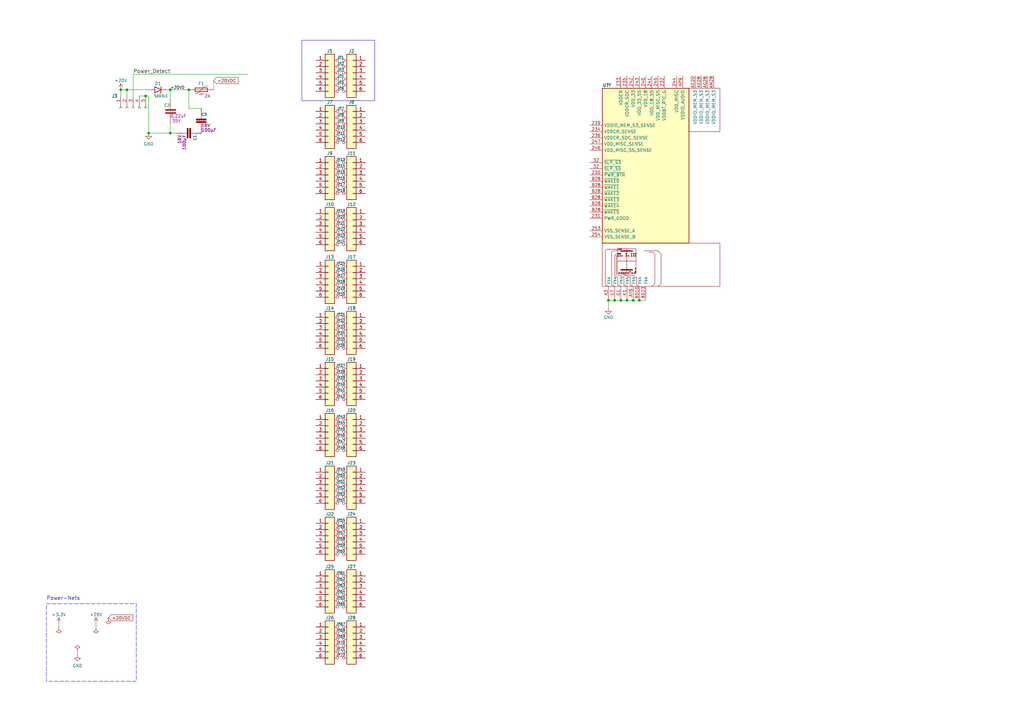
<source format=kicad_sch>
(kicad_sch (version 20230121) (generator eeschema)
  (paper "A3")
  (title_block (date "2023-05-06") (rev "A-A"))
  (junction (at 60.96 54.61))
  (junction (at 69.85 36.83))
  (junction (at 254.635 123.19))
  (junction (at 257.175 123.19))
  (junction (at 259.715 123.19))
  (junction (at 69.85 54.61))
  (junction (at 52.07 36.83))
  (junction (at 59.69 39.37))
  (junction (at 252.095 123.19))
  (junction (at 77.47 36.83))
  (junction (at 249.555 123.19))
  (junction (at 49.53 36.83))
  (junction (at 262.255 123.19))
  (wire (pts (xy 259.715 123.19) (xy 262.255 123.19)))
  (wire (pts (xy 60.96 39.37) (xy 59.69 39.37)))
  (wire (pts (xy 259.715 122.555) (xy 259.715 123.19)))
  (wire (pts (xy 31.75 267.335) (xy 31.75 268.605)))
  (wire (pts (xy 52.07 36.83) (xy 52.07 39.37)))
  (wire (pts (xy 49.53 36.83) (xy 49.53 39.37)))
  (wire (pts (xy 72.39 54.61) (xy 69.85 54.61)))
  (wire (pts (xy 249.555 123.19) (xy 249.555 122.555)))
  (wire (pts (xy 69.85 36.83) (xy 68.58 36.83)))
  (wire (pts (xy 60.96 39.37) (xy 60.96 54.61)))
  (wire (pts (xy 57.15 39.37) (xy 59.69 39.37)))
  (wire (pts (xy 262.255 122.555) (xy 262.255 123.19)))
  (wire (pts (xy 264.795 122.555) (xy 264.795 123.19)))
  (wire (pts (xy 54.61 39.37) (xy 54.61 30.48)))
  (wire (pts (xy 52.07 36.83) (xy 60.96 36.83)))
  (wire (pts (xy 69.85 50.8) (xy 69.85 54.61)))
  (wire (pts (xy 69.85 40.64) (xy 69.85 36.83)))
  (wire (pts (xy 257.175 122.555) (xy 257.175 123.19)))
  (wire (pts (xy 262.255 123.19) (xy 264.795 123.19)))
  (wire (pts (xy 54.61 30.48) (xy 101.6 30.48)))
  (wire (pts (xy 52.07 36.83) (xy 49.53 36.83)))
  (wire (pts (xy 249.555 123.19) (xy 252.095 123.19)))
  (wire (pts (xy 257.175 123.19) (xy 259.715 123.19)))
  (wire (pts (xy 249.555 123.19) (xy 249.555 126.365)))
  (wire (pts (xy 252.095 122.555) (xy 252.095 123.19)))
  (wire (pts (xy 39.37 257.175) (xy 39.37 255.905)))
  (wire (pts (xy 87.63 33.02) (xy 87.63 36.83)))
  (wire (pts (xy 24.13 257.175) (xy 24.13 255.905)))
  (wire (pts (xy 60.96 54.61) (xy 69.85 54.61)))
  (wire (pts (xy 254.635 123.19) (xy 257.175 123.19)))
  (wire (pts (xy 252.095 123.19) (xy 254.635 123.19)))
  (wire (pts (xy 77.47 44.45) (xy 82.55 44.45)))
  (wire (pts (xy 69.85 36.83) (xy 77.47 36.83)))
  (wire (pts (xy 77.47 36.83) (xy 77.47 44.45)))
  (wire (pts (xy 254.635 122.555) (xy 254.635 123.19)))
  (rectangle (start 123.825 16.51) (end 153.67 41.275))
  (rectangle (start 19.05 247.65) (end 55.88 279.4) (stroke (width 0) (type dash)))
  (text "Power-Nets" (at 19.05 246.38 0) (effects (font (size 1.524 1.524)) (justify left bottom)))
  (label "+20VD" (at 69.85 36.83 0) (effects (font (size 1.143 1.143))))
  (label "Power_Detect" (at 54.61 30.48 0) (effects (font (size 1.524 1.524))))
  (global_label "+20VDC" (shape input) (at 44.45 253.365 0) (property "Intersheetrefs" "${INTERSHEET_REFS}" (effects hide)))
  (global_label "+20VDC" (shape input) (at 87.63 33.02 0) (property "Intersheetrefs" "${INTERSHEET_REFS}" (effects hide)))
  (symbol (lib_id "LRJ-parts:Jumper_2_Bridged_nopins") (at 139.7 97.79 0) (unit 1)
    (property "Reference" "JP23" (at 139.7 96.52 0) (effects (font (size 1 1))))
    (property "Value" "Jumper_2_Bridged" (effects hide))
  )
  (symbol (lib_id "LRJ-parts:Jumper_2_Bridged_nopins") (at 139.7 156.21 0) (unit 1)
    (property "Reference" "JP39" (at 139.7 154.94 0) (effects (font (size 1 1))))
    (property "Value" "Jumper_2_Bridged" (effects hide))
  )
  (symbol (lib_id "LRJ-parts:Jumper_2_Bridged_nopins") (at 139.7 182.245 0) (unit 1)
    (property "Reference" "JP47" (at 139.7 180.975 0) (effects (font (size 1 1))))
    (property "Value" "Jumper_2_Bridged" (effects hide))
  )
  (symbol (lib_id "LRJ-parts:Conn_NREC006") (at 144.78 198.755 0) (mirror y) (unit 1)
    (property "Reference" "J23" (at 144.145 189.865 0))
    (property "Value" "Conn_NREC006" (effects hide))
    (property "Footprint" "Connector_PinHeader_2.54mm:PinHeader_1x06_P2.54mm_Vertical_SMD_Pin1Right" (effects hide))
    (property "Datasheet" "https://drawings-pdf.s3.amazonaws.com/11657.pdf" (effects hide))
    (property "MPN" "NREC006SABC-M30RC" (effects hide))
    (property "Manufacturer" "Sullins Connector Solutions" (effects hide))
    (property "Operating Temperature" "-40°C ~ +105°C" (effects hide))
    (property "Current Rating" "3A" (effects hide))
    (property "Description" "Header, male, Surface Mount 01x06 position, 2.54mm pitch" (effects hide))
  )
  (symbol (lib_id "LRJ-parts:Jumper_2_Bridged_nopins") (at 139.7 184.785 0) (unit 1)
    (property "Reference" "JP48" (at 139.7 183.515 0) (effects (font (size 1 1))))
    (property "Value" "Jumper_2_Bridged" (effects hide))
  )
  (symbol (lib_id "LRJ-parts:Jumper_2_Bridged_nopins") (at 139.7 198.755 0) (unit 1)
    (property "Reference" "JP51" (at 139.7 197.485 0) (effects (font (size 1 1))))
    (property "Value" "Jumper_2_Bridged" (effects hide))
  )
  (symbol (lib_id "LRJ-parts:Jumper_2_Bridged_nopins") (at 139.7 236.22 0) (unit 1)
    (property "Reference" "JP61" (at 139.7 234.95 0) (effects (font (size 1 1))))
    (property "Value" "Jumper_2_Bridged" (effects hide))
  )
  (symbol (lib_id "LRJ-parts:Jumper_2_Bridged_nopins") (at 139.7 153.67 0) (unit 1)
    (property "Reference" "JP38" (at 139.7 152.4 0) (effects (font (size 1 1))))
    (property "Value" "Jumper_2_Bridged" (effects hide))
  )
  (symbol (lib_id "LRJ-parts:Jumper_2_Bridged_nopins") (at 139.7 111.76 0) (unit 1)
    (property "Reference" "JP26" (at 139.7 110.49 0) (effects (font (size 1 1))))
    (property "Value" "Jumper_2_Bridged" (effects hide))
  )
  (symbol (lib_id "LRJ-parts:Jumper_2_Bridged_nopins") (at 139.7 203.835 0) (unit 1)
    (property "Reference" "JP53" (at 139.7 202.565 0) (effects (font (size 1 1))))
    (property "Value" "Jumper_2_Bridged" (effects hide))
  )
  (symbol (lib_id "LRJ-parts:PPTC_SMD2920B200") (at 82.55 36.83 0) (unit 1)
    (property "Reference" "F1" (at 82.55 34.29 0))
    (property "Value" "PPTC_SMD2920B200" (effects hide))
    (property "Footprint" "LRJ:Fuse_Yageo_SMD2920B200TF_L7.3mm_W5.1mm" (effects hide))
    (property "Datasheet" "https://www.yageo.com/upload/media/product/products/datasheet/cpc/pptc/SMD2920_1.pdf" (effects hide))
    (property "Manufacturer" "Yageo " (effects hide))
    (property "MPN" "SMD2920B200TF/24" (effects hide))
    (property "Current - Hold (Ih) (Max)" "2A" (at 85.09 39.37 0))
    (property "Current - Trip (It)" "4A" (effects hide))
    (property "Voltage rating" "24V" (effects hide))
  )
  (symbol (lib_id "LRJ-parts:Jumper_2_Bridged_nopins") (at 139.7 121.92 0) (unit 1)
    (property "Reference" "JP30" (at 139.7 120.65 0) (effects (font (size 1 1))))
    (property "Value" "Jumper_2_Bridged" (effects hide))
  )
  (symbol (lib_id "LRJ-parts:Conn_NREC006") (at 134.62 92.71 0) (unit 1)
    (property "Reference" "J10" (at 135.255 83.82 0))
    (property "Value" "Conn_NREC006" (effects hide))
    (property "Footprint" "Connector_PinHeader_2.54mm:PinHeader_1x06_P2.54mm_Vertical_SMD_Pin1Right" (effects hide))
    (property "Datasheet" "https://drawings-pdf.s3.amazonaws.com/11657.pdf" (effects hide))
    (property "MPN" "NREC006SABC-M30RC" (effects hide))
    (property "Manufacturer" "Sullins Connector Solutions" (effects hide))
    (property "Operating Temperature" "-40°C ~ +105°C" (effects hide))
    (property "Current Rating" "3A" (effects hide))
    (property "Description" "Header, male, Surface Mount 01x06 position, 2.54mm pitch" (effects hide))
  )
  (symbol (lib_id "LRJ-parts:Jumper_2_Bridged_nopins") (at 139.7 119.38 0) (unit 1)
    (property "Reference" "JP29" (at 139.7 118.11 0) (effects (font (size 1 1))))
    (property "Value" "Jumper_2_Bridged" (effects hide))
  )
  (symbol (lib_id "LRJ-parts:Conn_NREC006") (at 144.78 241.3 0) (mirror y) (unit 1)
    (property "Reference" "J27" (at 144.145 232.41 0))
    (property "Value" "Conn_NREC006" (effects hide))
    (property "Footprint" "Connector_PinHeader_2.54mm:PinHeader_1x06_P2.54mm_Vertical_SMD_Pin1Right" (effects hide))
    (property "Datasheet" "https://drawings-pdf.s3.amazonaws.com/11657.pdf" (effects hide))
    (property "MPN" "NREC006SABC-M30RC" (effects hide))
    (property "Manufacturer" "Sullins Connector Solutions" (effects hide))
    (property "Operating Temperature" "-40°C ~ +105°C" (effects hide))
    (property "Current Rating" "3A" (effects hide))
    (property "Description" "Header, male, Surface Mount 01x06 position, 2.54mm pitch" (effects hide))
  )
  (symbol (lib_id "LRJ-parts:Jumper_2_Bridged_nopins") (at 139.7 76.835 0) (unit 1)
    (property "Reference" "JP17" (at 139.7 75.565 0) (effects (font (size 1 1))))
    (property "Value" "Jumper_2_Bridged" (effects hide))
  )
  (symbol (lib_id "LRJ-parts:Jumper_2_Bridged_nopins") (at 139.7 92.71 0) (unit 1)
    (property "Reference" "JP21" (at 139.7 91.44 0) (effects (font (size 1 1))))
    (property "Value" "Jumper_2_Bridged" (effects hide))
  )
  (symbol (lib_id "LRJ-parts:Conn_NREC006") (at 144.78 219.71 0) (mirror y) (unit 1)
    (property "Reference" "J24" (at 144.145 210.82 0))
    (property "Value" "Conn_NREC006" (effects hide))
    (property "Footprint" "Connector_PinHeader_2.54mm:PinHeader_1x06_P2.54mm_Vertical_SMD_Pin1Right" (effects hide))
    (property "Datasheet" "https://drawings-pdf.s3.amazonaws.com/11657.pdf" (effects hide))
    (property "MPN" "NREC006SABC-M30RC" (effects hide))
    (property "Manufacturer" "Sullins Connector Solutions" (effects hide))
    (property "Operating Temperature" "-40°C ~ +105°C" (effects hide))
    (property "Current Rating" "3A" (effects hide))
    (property "Description" "Header, male, Surface Mount 01x06 position, 2.54mm pitch" (effects hide))
  )
  (symbol (lib_id "LRJ-parts:Conn_NREC006") (at 134.62 114.3 0) (unit 1)
    (property "Reference" "J13" (at 135.255 105.41 0))
    (property "Value" "Conn_NREC006" (effects hide))
    (property "Footprint" "Connector_PinHeader_2.54mm:PinHeader_1x06_P2.54mm_Vertical_SMD_Pin1Right" (effects hide))
    (property "Datasheet" "https://drawings-pdf.s3.amazonaws.com/11657.pdf" (effects hide))
    (property "MPN" "NREC006SABC-M30RC" (effects hide))
    (property "Manufacturer" "Sullins Connector Solutions" (effects hide))
    (property "Operating Temperature" "-40°C ~ +105°C" (effects hide))
    (property "Current Rating" "3A" (effects hide))
    (property "Description" "Header, male, Surface Mount 01x06 position, 2.54mm pitch" (effects hide))
  )
  (symbol (lib_id "LRJ-parts:Conn_NREC006") (at 134.62 177.165 0) (unit 1)
    (property "Reference" "J16" (at 135.255 168.275 0))
    (property "Value" "Conn_NREC006" (effects hide))
    (property "Footprint" "Connector_PinHeader_2.54mm:PinHeader_1x06_P2.54mm_Vertical_SMD_Pin1Right" (effects hide))
    (property "Datasheet" "https://drawings-pdf.s3.amazonaws.com/11657.pdf" (effects hide))
    (property "MPN" "NREC006SABC-M30RC" (effects hide))
    (property "Manufacturer" "Sullins Connector Solutions" (effects hide))
    (property "Operating Temperature" "-40°C ~ +105°C" (effects hide))
    (property "Current Rating" "3A" (effects hide))
    (property "Description" "Header, male, Surface Mount 01x06 position, 2.54mm pitch" (effects hide))
  )
  (symbol (lib_id "LRJ-parts:Jumper_2_Bridged_nopins") (at 139.7 196.215 0) (unit 1)
    (property "Reference" "JP50" (at 139.7 194.945 0) (effects (font (size 1 1))))
    (property "Value" "Jumper_2_Bridged" (effects hide))
  )
  (symbol (lib_id "LRJ-parts:Jumper_2_Bridged_nopins") (at 139.7 264.795 0) (unit 1)
    (property "Reference" "JP70" (at 139.7 263.525 0) (effects (font (size 1 1))))
    (property "Value" "Jumper_2_Bridged" (effects hide))
  )
  (symbol (lib_id "LRJ-parts:Jumper_2_Bridged_nopins") (at 139.7 163.83 0) (unit 1)
    (property "Reference" "JP42" (at 139.7 162.56 0) (effects (font (size 1 1))))
    (property "Value" "Jumper_2_Bridged" (effects hide))
  )
  (symbol (lib_id "LRJ-parts:D_SD03LC") (at 64.77 36.83 180) (unit 1)
    (property "Reference" "D1" (at 64.77 34.29 0))
    (property "Value" "SD03LC" (at 66.04 39.37 0) (effects (font (size 1 1))))
    (property "Footprint" "Diode_SMD:D_SOD-323" (effects hide))
    (property "Datasheet" "https://www.smc-diodes.com/propdf/SD03LC%20THRU%20SD24LC%20N2248%20REV.A.pdf" (effects hide))
    (property "Manufacturer" "SMC Diode Solutions" (effects hide))
    (property "MPN" "SD03LC" (effects hide))
    (property "Current rating" "20A" (effects hide))
  )
  (symbol (lib_id "LRJ-parts:Jumper_2_Bridged_nopins") (at 139.7 246.38 0) (unit 1)
    (property "Reference" "JP65" (at 139.7 245.11 0) (effects (font (size 1 1))))
    (property "Value" "Jumper_2_Bridged" (effects hide))
  )
  (symbol (lib_id "LRJ-parts:Jumper_2_Bridged_nopins") (at 139.7 151.13 0) (unit 1)
    (property "Reference" "JP37" (at 139.7 149.86 0) (effects (font (size 1 1))))
    (property "Value" "Jumper_2_Bridged" (effects hide))
  )
  (symbol (lib_id "LRJ-parts:Jumper_2_Bridged_nopins") (at 139.7 227.33 0) (unit 1)
    (property "Reference" "JP60" (at 139.7 226.06 0) (effects (font (size 1 1))))
    (property "Value" "Jumper_2_Bridged" (effects hide))
  )
  (symbol (lib_id "LRJ-parts:C_CGA2B1X7R1V224K") (at 69.85 45.72 0) (unit 1)
    (property "Reference" "C2" (at 67.31 43.18 0) (effects (font (size 1.143 1.143)) (justify left)))
    (property "Value" "C_CGA2B1X7R1V224K" (effects hide))
    (property "Footprint" "Capacitor_SMD:C_0402_1005Metric" (effects hide))
    (property "Datasheet" "https://product.tdk.com/system/files/dam/doc/product/capacitor/ceramic/mlcc/catalog/mlcc_automotive_general_en.pdf" (effects hide))
    (property "Manufacturer" "TDK Corporation" (effects hide))
    (property "MPN" "CGA2B1X7R1V224K050BC" (effects hide))
    (property "Capacitance" "0.22uF" (at 69.85 47.625 0) (effects (justify left)))
    (property "Voltage rating" "35V" (at 70.485 49.53 0) (effects (justify left)))
    (property "Tolerance" "±10% " (effects hide))
    (property "Temperature Coefficient " "X7S" (effects hide))
    (property "Operating Temperature" "-55°C to +125°C " (effects hide))
    (property "Status" "Active" (effects hide))
    (instances (project "FP8-testboard-AA" (path "" (reference "C2") (unit 1)) (path "" (reference "C7") (unit 1))))
  )
  (symbol (lib_id "LRJ-parts:Conn_NREC006") (at 134.62 219.71 0) (unit 1)
    (property "Reference" "J22" (at 135.255 210.82 0))
    (property "Value" "Conn_NREC006" (effects hide))
    (property "Footprint" "Connector_PinHeader_2.54mm:PinHeader_1x06_P2.54mm_Vertical_SMD_Pin1Right" (effects hide))
    (property "Datasheet" "https://drawings-pdf.s3.amazonaws.com/11657.pdf" (effects hide))
    (property "MPN" "NREC006SABC-M30RC" (effects hide))
    (property "Manufacturer" "Sullins Connector Solutions" (effects hide))
    (property "Operating Temperature" "-40°C ~ +105°C" (effects hide))
    (property "Current Rating" "3A" (effects hide))
    (property "Description" "Header, male, Surface Mount 01x06 position, 2.54mm pitch" (effects hide))
  )
  (symbol (lib_id "LRJ-parts:AMD_Z1_extreme_testpins") (at 267.335 69.215 0) (unit 6)
    (property "Reference" "U?" (at 247.015 34.925 0) (effects (font bold) (justify left)))
    (property "Value" "Z1 extreme" (at 257.175 -19.685 0))
    (property "Footprint" "LRJ:Package_BGA_FP8" (effects hide))
    (property "Manufacturer" "Advanced Micro Devices" (effects hide))
    (property "MPN" "100-000001131" (effects hide))
    (property "Details" "https://en.wikichip.org/wiki/amd/packages/socket_am5#Package_Diagrams" (effects hide))
    (property "Sim.Enable" "0" (effects hide))
    (instances (project "FP8-testboard-AA" (path "" (reference "U?") (unit 6)) (path "" (reference "U1") (unit 6)) (path "" (reference "U1") (unit 6))))
  )
  (symbol (lib_id "LRJ-parts:Conn_NREC006") (at 144.78 50.8 0) (mirror y) (unit 1)
    (property "Reference" "J8" (at 144.145 41.91 0))
    (property "Value" "Conn_NREC006" (effects hide))
    (property "Footprint" "Connector_PinHeader_2.54mm:PinHeader_1x06_P2.54mm_Vertical_SMD_Pin1Right" (effects hide))
    (property "Datasheet" "https://drawings-pdf.s3.amazonaws.com/11657.pdf" (effects hide))
    (property "MPN" "NREC006SABC-M30RC" (effects hide))
    (property "Manufacturer" "Sullins Connector Solutions" (effects hide))
    (property "Operating Temperature" "-40°C ~ +105°C" (effects hide))
    (property "Current Rating" "3A" (effects hide))
    (property "Description" "Header, male, Surface Mount 01x06 position, 2.54mm pitch" (effects hide))
  )
  (symbol (lib_id "LRJ-parts:Jumper_2_Bridged_nopins") (at 139.7 100.33 0) (unit 1)
    (property "Reference" "JP24" (at 139.7 99.06 0) (effects (font (size 1 1))))
    (property "Value" "Jumper_2_Bridged" (effects hide))
  )
  (symbol (lib_id "power:PWR_FLAG") (at 39.37 257.175 180) (unit 1)
    (property "Reference" "#FLG03" (effects hide))
    (property "Value" "PWR_FLAG" (effects hide))
  )
  (symbol (lib_id "LRJ-parts:Jumper_2_Bridged_nopins") (at 139.7 177.165 0) (unit 1)
    (property "Reference" "JP45" (at 139.7 175.895 0) (effects (font (size 1 1))))
    (property "Value" "Jumper_2_Bridged" (effects hide))
  )
  (symbol (lib_id "LRJ-parts:Conn_NREC006") (at 134.62 241.3 0) (unit 1)
    (property "Reference" "J25" (at 135.255 232.41 0))
    (property "Value" "Conn_NREC006" (effects hide))
    (property "Footprint" "Connector_PinHeader_2.54mm:PinHeader_1x06_P2.54mm_Vertical_SMD_Pin1Right" (effects hide))
    (property "Datasheet" "https://drawings-pdf.s3.amazonaws.com/11657.pdf" (effects hide))
    (property "MPN" "NREC006SABC-M30RC" (effects hide))
    (property "Manufacturer" "Sullins Connector Solutions" (effects hide))
    (property "Operating Temperature" "-40°C ~ +105°C" (effects hide))
    (property "Current Rating" "3A" (effects hide))
    (property "Description" "Header, male, Surface Mount 01x06 position, 2.54mm pitch" (effects hide))
  )
  (symbol (lib_id "LRJ-parts:Jumper_2_Bridged_nopins") (at 139.7 114.3 0) (unit 1)
    (property "Reference" "JP27" (at 139.7 113.03 0) (effects (font (size 1 1))))
    (property "Value" "Jumper_2_Bridged" (effects hide))
  )
  (symbol (lib_id "LRJ-parts:Conn_NREC006") (at 134.62 198.755 0) (unit 1)
    (property "Reference" "J21" (at 135.255 189.865 0))
    (property "Value" "Conn_NREC006" (effects hide))
    (property "Footprint" "Connector_PinHeader_2.54mm:PinHeader_1x06_P2.54mm_Vertical_SMD_Pin1Right" (effects hide))
    (property "Datasheet" "https://drawings-pdf.s3.amazonaws.com/11657.pdf" (effects hide))
    (property "MPN" "NREC006SABC-M30RC" (effects hide))
    (property "Manufacturer" "Sullins Connector Solutions" (effects hide))
    (property "Operating Temperature" "-40°C ~ +105°C" (effects hide))
    (property "Current Rating" "3A" (effects hide))
    (property "Description" "Header, male, Surface Mount 01x06 position, 2.54mm pitch" (effects hide))
  )
  (symbol (lib_id "LRJ-parts:Jumper_2_Bridged_nopins") (at 139.7 27.305 0) (unit 1)
    (property "Reference" "JP2" (at 139.7 26.035 0) (effects (font (size 1 1))))
    (property "Value" "Jumper_2_Bridged" (effects hide))
  )
  (symbol (lib_id "LRJ-parts:Jumper_2_Bridged_nopins") (at 139.7 140.335 0) (unit 1)
    (property "Reference" "JP35" (at 139.7 139.065 0) (effects (font (size 1 1))))
    (property "Value" "Jumper_2_Bridged" (effects hide))
  )
  (symbol (lib_id "power:+3.3V") (at 24.13 255.905 0) (unit 1)
    (property "Reference" "#PWR032" (effects hide))
    (property "Value" "+3.3V" (at 24.13 252.095 0))
    (instances (project "FP8-testboard-AA" (path "" (reference "#PWR032") (unit 1)) (path "" (reference "#PWR033") (unit 1))))
  )
  (symbol (lib_id "power:GND") (at 60.96 54.61 0) (mirror y) (unit 1)
    (property "Reference" "#PWR04" (effects hide))
    (property "Value" "GND" (at 60.96 59.055 0))
    (instances (project "FP8-testboard-AA" (path "" (reference "#PWR04") (unit 1)) (path "" (reference "#PWR07") (unit 1))))
  )
  (symbol (lib_id "LRJ-parts:Conn_NREC006") (at 134.62 262.255 0) (unit 1)
    (property "Reference" "J26" (at 135.255 253.365 0))
    (property "Value" "Conn_NREC006" (effects hide))
    (property "Footprint" "Connector_PinHeader_2.54mm:PinHeader_1x06_P2.54mm_Vertical_SMD_Pin1Right" (effects hide))
    (property "Datasheet" "https://drawings-pdf.s3.amazonaws.com/11657.pdf" (effects hide))
    (property "MPN" "NREC006SABC-M30RC" (effects hide))
    (property "Manufacturer" "Sullins Connector Solutions" (effects hide))
    (property "Operating Temperature" "-40°C ~ +105°C" (effects hide))
    (property "Current Rating" "3A" (effects hide))
    (property "Description" "Header, male, Surface Mount 01x06 position, 2.54mm pitch" (effects hide))
  )
  (symbol (lib_id "LRJ-parts:Jumper_2_Bridged_nopins") (at 139.7 161.29 0) (unit 1)
    (property "Reference" "JP41" (at 139.7 160.02 0) (effects (font (size 1 1))))
    (property "Value" "Jumper_2_Bridged" (effects hide))
  )
  (symbol (lib_id "LRJ-parts:Jumper_2_Bridged_nopins") (at 139.7 116.84 0) (unit 1)
    (property "Reference" "JP28" (at 139.7 115.57 0) (effects (font (size 1 1))))
    (property "Value" "Jumper_2_Bridged" (effects hide))
  )
  (symbol (lib_id "LRJ-parts:Jumper_2_Bridged_nopins") (at 139.7 193.675 0) (unit 1)
    (property "Reference" "JP49" (at 139.7 192.405 0) (effects (font (size 1 1))))
    (property "Value" "Jumper_2_Bridged" (effects hide))
  )
  (symbol (lib_id "power:GND") (at 249.555 126.365 0) (unit 1)
    (property "Reference" "#PWR?" (effects hide))
    (property "Value" "GND" (at 249.555 130.175 0))
    (instances (project "FP8-testboard-AA" (path "" (reference "#PWR?") (unit 1)) (path "" (reference "#PWR01") (unit 1)) (path "" (reference "#PWR01") (unit 1))))
  )
  (symbol (lib_id "LRJ-parts:Jumper_2_Bridged_nopins") (at 139.7 135.255 0) (unit 1)
    (property "Reference" "JP33" (at 139.7 133.985 0) (effects (font (size 1 1))))
    (property "Value" "Jumper_2_Bridged" (effects hide))
  )
  (symbol (lib_id "LRJ-parts:Conn_NREC006") (at 144.78 135.255 0) (mirror y) (unit 1)
    (property "Reference" "J18" (at 144.145 126.365 0))
    (property "Value" "Conn_NREC006" (effects hide))
    (property "Footprint" "Connector_PinHeader_2.54mm:PinHeader_1x06_P2.54mm_Vertical_SMD_Pin1Right" (effects hide))
    (property "Datasheet" "https://drawings-pdf.s3.amazonaws.com/11657.pdf" (effects hide))
    (property "MPN" "NREC006SABC-M30RC" (effects hide))
    (property "Manufacturer" "Sullins Connector Solutions" (effects hide))
    (property "Operating Temperature" "-40°C ~ +105°C" (effects hide))
    (property "Current Rating" "3A" (effects hide))
    (property "Description" "Header, male, Surface Mount 01x06 position, 2.54mm pitch" (effects hide))
  )
  (symbol (lib_id "power:PWR_FLAG") (at 31.75 267.335 0) (unit 1)
    (property "Reference" "#FLG01" (effects hide))
    (property "Value" "PWR_FLAG" (effects hide))
  )
  (symbol (lib_id "LRJ-parts:Jumper_2_Bridged_nopins") (at 139.7 66.675 0) (unit 1)
    (property "Reference" "JP13" (at 139.7 65.405 0) (effects (font (size 1 1))))
    (property "Value" "Jumper_2_Bridged" (effects hide))
  )
  (symbol (lib_id "LRJ-parts:Conn_NREC006") (at 134.62 135.255 0) (unit 1)
    (property "Reference" "J14" (at 135.255 126.365 0))
    (property "Value" "Conn_NREC006" (effects hide))
    (property "Footprint" "Connector_PinHeader_2.54mm:PinHeader_1x06_P2.54mm_Vertical_SMD_Pin1Right" (effects hide))
    (property "Datasheet" "https://drawings-pdf.s3.amazonaws.com/11657.pdf" (effects hide))
    (property "MPN" "NREC006SABC-M30RC" (effects hide))
    (property "Manufacturer" "Sullins Connector Solutions" (effects hide))
    (property "Operating Temperature" "-40°C ~ +105°C" (effects hide))
    (property "Current Rating" "3A" (effects hide))
    (property "Description" "Header, male, Surface Mount 01x06 position, 2.54mm pitch" (effects hide))
  )
  (symbol (lib_id "power:GND") (at 31.75 268.605 0) (mirror y) (unit 1)
    (property "Reference" "#PWR04" (effects hide))
    (property "Value" "GND" (at 31.75 273.05 0))
    (instances (project "FP8-testboard-AA" (path "" (reference "#PWR04") (unit 1)) (path "" (reference "#PWR010") (unit 1))))
  )
  (symbol (lib_id "LRJ-parts:Jumper_2_Bridged_nopins") (at 139.7 71.755 0) (unit 1)
    (property "Reference" "JP15" (at 139.7 70.485 0) (effects (font (size 1 1))))
    (property "Value" "Jumper_2_Bridged" (effects hide))
  )
  (symbol (lib_id "LRJ-parts:C_EMK325ABJ107MM") (at 82.55 49.53 0) (mirror x) (unit 1)
    (property "Reference" "C3" (at 82.55 46.99 0) (effects (font (size 1.143 1.143)) (justify left)))
    (property "Value" "C_CC1210MKX5R7BB107" (effects hide))
    (property "Footprint" "Capacitor_SMD:C_1210_3225Metric" (effects hide))
    (property "Datasheet" "https://www.yageo.com/upload/media/product/products/datasheet/mlcc/UPY-GPHC_X5R_4V-to-50V_27.pdf" (effects hide))
    (property "Manufacturer" "Yageo" (effects hide))
    (property "MPN" "CC1210MKX5R7BB107" (effects hide))
    (property "Capacity" "100µF" (at 82.55 53.34 0) (effects (justify left)))
    (property "Voltage rating" "16V" (at 82.55 51.435 0) (effects (justify left)))
    (property "Temperature Coefficient" "X5R" (effects hide))
    (property "Tolerance" "±20%" (effects hide))
    (property "Status" "Active" (effects hide))
    (property "Mounting type" "SMD" (effects hide))
    (property "Operating Temperature" " -55°C to +85°C " (effects hide))
    (instances (project "FP8-testboard-AA" (path "" (reference "C3") (unit 1)) (path "" (reference "C8") (unit 1))))
  )
  (symbol (lib_id "LRJ-parts:Jumper_2_Bridged_nopins") (at 139.7 219.71 0) (unit 1)
    (property "Reference" "JP57" (at 139.7 218.44 0) (effects (font (size 1 1))))
    (property "Value" "Jumper_2_Bridged" (effects hide))
  )
  (symbol (lib_id "LRJ-parts:Jumper_2_Bridged_nopins") (at 139.7 74.295 0) (unit 1)
    (property "Reference" "JP16" (at 139.7 73.025 0) (effects (font (size 1 1))))
    (property "Value" "Jumper_2_Bridged" (effects hide))
  )
  (symbol (lib_id "LRJ-parts:+20V") (at 39.37 255.905 0) (unit 1) (in_bom no)
    (property "Reference" "#PWR02" (effects hide))
    (property "Value" "+20V" (at 39.37 252.095 0))
    (property "Description" "Plus twenty volts." (effects hide))
    (instances (project "FP8-testboard-AA" (path "" (reference "#PWR02") (unit 1)) (path "" (reference "#PWR011") (unit 1))))
  )
  (symbol (lib_id "LRJ-parts:Conn_NREC006") (at 144.78 156.21 0) (mirror y) (unit 1)
    (property "Reference" "J19" (at 144.145 147.32 0))
    (property "Value" "Conn_NREC006" (effects hide))
    (property "Footprint" "Connector_PinHeader_2.54mm:PinHeader_1x06_P2.54mm_Vertical_SMD_Pin1Right" (effects hide))
    (property "Datasheet" "https://drawings-pdf.s3.amazonaws.com/11657.pdf" (effects hide))
    (property "MPN" "NREC006SABC-M30RC" (effects hide))
    (property "Manufacturer" "Sullins Connector Solutions" (effects hide))
    (property "Operating Temperature" "-40°C ~ +105°C" (effects hide))
    (property "Current Rating" "3A" (effects hide))
    (property "Description" "Header, male, Surface Mount 01x06 position, 2.54mm pitch" (effects hide))
  )
  (symbol (lib_id "LRJ-parts:Jumper_2_Bridged_nopins") (at 139.7 224.79 0) (unit 1)
    (property "Reference" "JP59" (at 139.7 223.52 0) (effects (font (size 1 1))))
    (property "Value" "Jumper_2_Bridged" (effects hide))
  )
  (symbol (lib_id "LRJ-parts:Jumper_2_Bridged_nopins") (at 139.7 50.8 0) (unit 1)
    (property "Reference" "JP9" (at 139.7 49.53 0) (effects (font (size 1 1))))
    (property "Value" "Jumper_2_Bridged" (effects hide))
  )
  (symbol (lib_id "LRJ-parts:Jumper_2_Bridged_nopins") (at 139.7 45.72 0) (unit 1)
    (property "Reference" "JP7" (at 139.7 44.45 0) (effects (font (size 1 1))))
    (property "Value" "Jumper_2_Bridged" (effects hide))
  )
  (symbol (lib_id "LRJ-parts:Jumper_2_Bridged_nopins") (at 139.7 79.375 0) (unit 1)
    (property "Reference" "JP18" (at 139.7 78.105 0) (effects (font (size 1 1))))
    (property "Value" "Jumper_2_Bridged" (effects hide))
  )
  (symbol (lib_id "LRJ-parts:Jumper_2_Bridged_nopins") (at 139.7 69.215 0) (unit 1)
    (property "Reference" "JP14" (at 139.7 67.945 0) (effects (font (size 1 1))))
    (property "Value" "Jumper_2_Bridged" (effects hide))
  )
  (symbol (lib_id "LRJ-parts:Jumper_2_Bridged_nopins") (at 139.7 179.705 0) (unit 1)
    (property "Reference" "JP46" (at 139.7 178.435 0) (effects (font (size 1 1))))
    (property "Value" "Jumper_2_Bridged" (effects hide))
  )
  (symbol (lib_id "LRJ-parts:Jumper_2_Bridged_nopins") (at 139.7 29.845 0) (unit 1)
    (property "Reference" "JP3" (at 139.7 28.575 0) (effects (font (size 1 1))))
    (property "Value" "Jumper_2_Bridged" (effects hide))
  )
  (symbol (lib_id "LRJ-parts:Jumper_2_Bridged_nopins") (at 139.7 90.17 0) (unit 1)
    (property "Reference" "JP20" (at 139.7 88.9 0) (effects (font (size 1 1))))
    (property "Value" "Jumper_2_Bridged" (effects hide))
  )
  (symbol (lib_id "LRJ-parts:Jumper_2_Bridged_nopins") (at 139.7 48.26 0) (unit 1)
    (property "Reference" "JP8" (at 139.7 46.99 0) (effects (font (size 1 1))))
    (property "Value" "Jumper_2_Bridged" (effects hide))
  )
  (symbol (lib_id "LRJ-parts:Jumper_2_Bridged_nopins") (at 139.7 174.625 0) (unit 1)
    (property "Reference" "JP44" (at 139.7 173.355 0) (effects (font (size 1 1))))
    (property "Value" "Jumper_2_Bridged" (effects hide))
  )
  (symbol (lib_id "LRJ-parts:Jumper_2_Bridged_nopins") (at 139.7 217.17 0) (unit 1)
    (property "Reference" "JP56" (at 139.7 215.9 0) (effects (font (size 1 1))))
    (property "Value" "Jumper_2_Bridged" (effects hide))
  )
  (symbol (lib_id "LRJ-parts:Jumper_2_Bridged_nopins") (at 139.7 142.875 0) (unit 1)
    (property "Reference" "JP36" (at 139.7 141.605 0) (effects (font (size 1 1))))
    (property "Value" "Jumper_2_Bridged" (effects hide))
  )
  (symbol (lib_id "LRJ-parts:Jumper_2_Bridged_nopins") (at 139.7 243.84 0) (unit 1)
    (property "Reference" "JP64" (at 139.7 242.57 0) (effects (font (size 1 1))))
    (property "Value" "Jumper_2_Bridged" (effects hide))
  )
  (symbol (lib_id "LRJ-parts:Jumper_2_Bridged_nopins") (at 139.7 24.765 0) (unit 1)
    (property "Reference" "JP1" (at 139.7 23.495 0) (effects (font (size 1 1))))
    (property "Value" "Jumper_2_Bridged" (effects hide))
  )
  (symbol (lib_id "LRJ-parts:Jumper_2_Bridged_nopins") (at 139.7 32.385 0) (unit 1)
    (property "Reference" "JP4" (at 139.7 31.115 0) (effects (font (size 1 1))))
    (property "Value" "Jumper_2_Bridged" (effects hide))
  )
  (symbol (lib_id "LRJ-parts:Conn_NREC006") (at 134.62 156.21 0) (unit 1)
    (property "Reference" "J15" (at 135.255 147.32 0))
    (property "Value" "Conn_NREC006" (effects hide))
    (property "Footprint" "Connector_PinHeader_2.54mm:PinHeader_1x06_P2.54mm_Vertical_SMD_Pin1Right" (effects hide))
    (property "Datasheet" "https://drawings-pdf.s3.amazonaws.com/11657.pdf" (effects hide))
    (property "MPN" "NREC006SABC-M30RC" (effects hide))
    (property "Manufacturer" "Sullins Connector Solutions" (effects hide))
    (property "Operating Temperature" "-40°C ~ +105°C" (effects hide))
    (property "Current Rating" "3A" (effects hide))
    (property "Description" "Header, male, Surface Mount 01x06 position, 2.54mm pitch" (effects hide))
  )
  (symbol (lib_id "LRJ-parts:Conn_NREC006") (at 134.62 50.8 0) (unit 1)
    (property "Reference" "J7" (at 135.255 41.91 0))
    (property "Value" "Conn_NREC006" (effects hide))
    (property "Footprint" "Connector_PinHeader_2.54mm:PinHeader_1x06_P2.54mm_Vertical_SMD_Pin1Right" (effects hide))
    (property "Datasheet" "https://drawings-pdf.s3.amazonaws.com/11657.pdf" (effects hide))
    (property "MPN" "NREC006SABC-M30RC" (effects hide))
    (property "Manufacturer" "Sullins Connector Solutions" (effects hide))
    (property "Operating Temperature" "-40°C ~ +105°C" (effects hide))
    (property "Current Rating" "3A" (effects hide))
    (property "Description" "Header, male, Surface Mount 01x06 position, 2.54mm pitch" (effects hide))
  )
  (symbol (lib_id "LRJ-parts:Jumper_2_Bridged_nopins") (at 139.7 262.255 0) (unit 1)
    (property "Reference" "JP69" (at 139.7 260.985 0) (effects (font (size 1 1))))
    (property "Value" "Jumper_2_Bridged" (effects hide))
  )
  (symbol (lib_id "LRJ-parts:Jumper_2_Bridged_nopins") (at 139.7 172.085 0) (unit 1)
    (property "Reference" "JP43" (at 139.7 170.815 0) (effects (font (size 1 1))))
    (property "Value" "Jumper_2_Bridged" (effects hide))
  )
  (symbol (lib_id "LRJ-parts:Jumper_2_Bridged_nopins") (at 139.7 214.63 0) (unit 1)
    (property "Reference" "JP55" (at 139.7 213.36 0) (effects (font (size 1 1))))
    (property "Value" "Jumper_2_Bridged" (effects hide))
  )
  (symbol (lib_id "LRJ-parts:Conn_NREC006") (at 144.78 29.845 0) (mirror y) (unit 1)
    (property "Reference" "J2" (at 144.145 20.955 0))
    (property "Value" "Conn_NREC006" (effects hide))
    (property "Footprint" "Connector_PinHeader_2.54mm:PinHeader_1x06_P2.54mm_Vertical_SMD_Pin1Right" (effects hide))
    (property "Datasheet" "https://drawings-pdf.s3.amazonaws.com/11657.pdf" (effects hide))
    (property "MPN" "NREC006SABC-M30RC" (effects hide))
    (property "Manufacturer" "Sullins Connector Solutions" (effects hide))
    (property "Operating Temperature" "-40°C ~ +105°C" (effects hide))
    (property "Current Rating" "3A" (effects hide))
    (property "Description" "Header, male, Surface Mount 01x06 position, 2.54mm pitch" (effects hide))
  )
  (symbol (lib_id "LRJ-parts:Conn_NREC006") (at 134.62 71.755 0) (unit 1)
    (property "Reference" "J9" (at 135.255 62.865 0))
    (property "Value" "Conn_NREC006" (effects hide))
    (property "Footprint" "Connector_PinHeader_2.54mm:PinHeader_1x06_P2.54mm_Vertical_SMD_Pin1Right" (effects hide))
    (property "Datasheet" "https://drawings-pdf.s3.amazonaws.com/11657.pdf" (effects hide))
    (property "MPN" "NREC006SABC-M30RC" (effects hide))
    (property "Manufacturer" "Sullins Connector Solutions" (effects hide))
    (property "Operating Temperature" "-40°C ~ +105°C" (effects hide))
    (property "Current Rating" "3A" (effects hide))
    (property "Description" "Header, male, Surface Mount 01x06 position, 2.54mm pitch" (effects hide))
  )
  (symbol (lib_id "LRJ-parts:Conn_NREC006") (at 144.78 262.255 0) (mirror y) (unit 1)
    (property "Reference" "J28" (at 144.145 253.365 0))
    (property "Value" "Conn_NREC006" (effects hide))
    (property "Footprint" "Connector_PinHeader_2.54mm:PinHeader_1x06_P2.54mm_Vertical_SMD_Pin1Right" (effects hide))
    (property "Datasheet" "https://drawings-pdf.s3.amazonaws.com/11657.pdf" (effects hide))
    (property "MPN" "NREC006SABC-M30RC" (effects hide))
    (property "Manufacturer" "Sullins Connector Solutions" (effects hide))
    (property "Operating Temperature" "-40°C ~ +105°C" (effects hide))
    (property "Current Rating" "3A" (effects hide))
    (property "Description" "Header, male, Surface Mount 01x06 position, 2.54mm pitch" (effects hide))
  )
  (symbol (lib_id "LRJ-parts:Jumper_2_Bridged_nopins") (at 139.7 222.25 0) (unit 1)
    (property "Reference" "JP58" (at 139.7 220.98 0) (effects (font (size 1 1))))
    (property "Value" "Jumper_2_Bridged" (effects hide))
  )
  (symbol (lib_id "LRJ-parts:Jumper_2_Bridged_nopins") (at 139.7 257.175 0) (unit 1)
    (property "Reference" "JP67" (at 139.7 255.905 0) (effects (font (size 1 1))))
    (property "Value" "Jumper_2_Bridged" (effects hide))
  )
  (symbol (lib_id "LRJ-parts:Conn_NREC006") (at 134.62 29.845 0) (unit 1)
    (property "Reference" "J5" (at 135.255 20.955 0))
    (property "Value" "Conn_NREC006" (effects hide))
    (property "Footprint" "Connector_PinHeader_2.54mm:PinHeader_1x06_P2.54mm_Vertical_SMD_Pin1Right" (effects hide))
    (property "Datasheet" "https://drawings-pdf.s3.amazonaws.com/11657.pdf" (effects hide))
    (property "MPN" "NREC006SABC-M30RC" (effects hide))
    (property "Manufacturer" "Sullins Connector Solutions" (effects hide))
    (property "Operating Temperature" "-40°C ~ +105°C" (effects hide))
    (property "Current Rating" "3A" (effects hide))
    (property "Description" "Header, male, Surface Mount 01x06 position, 2.54mm pitch" (effects hide))
  )
  (symbol (lib_id "LRJ-parts:Jumper_2_Bridged_nopins") (at 139.7 248.92 0) (unit 1)
    (property "Reference" "JP66" (at 139.7 247.65 0) (effects (font (size 1 1))))
    (property "Value" "Jumper_2_Bridged" (effects hide))
  )
  (symbol (lib_id "LRJ-parts:Jumper_2_Bridged_nopins") (at 139.7 238.76 0) (unit 1)
    (property "Reference" "JP62" (at 139.7 237.49 0) (effects (font (size 1 1))))
    (property "Value" "Jumper_2_Bridged" (effects hide))
  )
  (symbol (lib_id "LRJ-parts:Jumper_2_Bridged_nopins") (at 139.7 269.875 0) (unit 1)
    (property "Reference" "JP72" (at 139.7 268.605 0) (effects (font (size 1 1))))
    (property "Value" "Jumper_2_Bridged" (effects hide))
  )
  (symbol (lib_id "LRJ-parts:Jumper_2_Bridged_nopins") (at 139.7 132.715 0) (unit 1)
    (property "Reference" "JP32" (at 139.7 131.445 0) (effects (font (size 1 1))))
    (property "Value" "Jumper_2_Bridged" (effects hide))
  )
  (symbol (lib_id "LRJ-parts:Conn_NREC006") (at 144.78 177.165 0) (mirror y) (unit 1)
    (property "Reference" "J20" (at 144.145 168.275 0))
    (property "Value" "Conn_NREC006" (effects hide))
    (property "Footprint" "Connector_PinHeader_2.54mm:PinHeader_1x06_P2.54mm_Vertical_SMD_Pin1Right" (effects hide))
    (property "Datasheet" "https://drawings-pdf.s3.amazonaws.com/11657.pdf" (effects hide))
    (property "MPN" "NREC006SABC-M30RC" (effects hide))
    (property "Manufacturer" "Sullins Connector Solutions" (effects hide))
    (property "Operating Temperature" "-40°C ~ +105°C" (effects hide))
    (property "Current Rating" "3A" (effects hide))
    (property "Description" "Header, male, Surface Mount 01x06 position, 2.54mm pitch" (effects hide))
  )
  (symbol (lib_id "LRJ-parts:Jumper_2_Bridged_nopins") (at 139.7 53.34 0) (unit 1)
    (property "Reference" "JP10" (at 139.7 52.07 0) (effects (font (size 1 1))))
    (property "Value" "Jumper_2_Bridged" (effects hide))
  )
  (symbol (lib_id "LRJ-parts:Jumper_2_Bridged_nopins") (at 139.7 130.175 0) (unit 1)
    (property "Reference" "JP31" (at 139.7 128.905 0) (effects (font (size 1 1))))
    (property "Value" "Jumper_2_Bridged" (effects hide))
  )
  (symbol (lib_id "LRJ-parts:Jumper_2_Bridged_nopins") (at 139.7 201.295 0) (unit 1)
    (property "Reference" "JP52" (at 139.7 200.025 0) (effects (font (size 1 1))))
    (property "Value" "Jumper_2_Bridged" (effects hide))
  )
  (symbol (lib_id "LRJ-parts:Jumper_2_Bridged_nopins") (at 139.7 206.375 0) (unit 1)
    (property "Reference" "JP54" (at 139.7 205.105 0) (effects (font (size 1 1))))
    (property "Value" "Jumper_2_Bridged" (effects hide))
  )
  (symbol (lib_id "LRJ-parts:Jumper_2_Bridged_nopins") (at 139.7 58.42 0) (unit 1)
    (property "Reference" "JP12" (at 139.7 57.15 0) (effects (font (size 1 1))))
    (property "Value" "Jumper_2_Bridged" (effects hide))
  )
  (symbol (lib_id "LRJ-parts:Jumper_2_Bridged_nopins") (at 139.7 95.25 0) (unit 1)
    (property "Reference" "JP22" (at 139.7 93.98 0) (effects (font (size 1 1))))
    (property "Value" "Jumper_2_Bridged" (effects hide))
  )
  (symbol (lib_id "LRJ-parts:Jumper_2_Bridged_nopins") (at 139.7 241.3 0) (unit 1)
    (property "Reference" "JP63" (at 139.7 240.03 0) (effects (font (size 1 1))))
    (property "Value" "Jumper_2_Bridged" (effects hide))
  )
  (symbol (lib_id "LRJ-parts:Jumper_2_Bridged_nopins") (at 139.7 267.335 0) (unit 1)
    (property "Reference" "JP71" (at 139.7 266.065 0) (effects (font (size 1 1))))
    (property "Value" "Jumper_2_Bridged" (effects hide))
  )
  (symbol (lib_id "Connector:Conn_01x05_Socket") (at 54.61 44.45 90) (mirror x) (unit 1)
    (property "Reference" "J3" (at 46.99 39.37 90) (effects (font bold)))
    (property "Value" "Conn_01x05_Socket" (effects hide))
    (property "Footprint" "Connector_PinHeader_1.27mm:PinHeader_1x05_P1.27mm_Vertical_SMD_Pin1Left" (effects hide))
  )
  (symbol (lib_id "LRJ-parts:Conn_NREC006") (at 144.78 92.71 0) (mirror y) (unit 1)
    (property "Reference" "J12" (at 144.145 83.82 0))
    (property "Value" "Conn_NREC006" (effects hide))
    (property "Footprint" "Connector_PinHeader_2.54mm:PinHeader_1x06_P2.54mm_Vertical_SMD_Pin1Right" (effects hide))
    (property "Datasheet" "https://drawings-pdf.s3.amazonaws.com/11657.pdf" (effects hide))
    (property "MPN" "NREC006SABC-M30RC" (effects hide))
    (property "Manufacturer" "Sullins Connector Solutions" (effects hide))
    (property "Operating Temperature" "-40°C ~ +105°C" (effects hide))
    (property "Current Rating" "3A" (effects hide))
    (property "Description" "Header, male, Surface Mount 01x06 position, 2.54mm pitch" (effects hide))
  )
  (symbol (lib_id "LRJ-parts:Jumper_2_Bridged_nopins") (at 139.7 55.88 0) (unit 1)
    (property "Reference" "JP11" (at 139.7 54.61 0) (effects (font (size 1 1))))
    (property "Value" "Jumper_2_Bridged" (effects hide))
  )
  (symbol (lib_id "LRJ-parts:Conn_NREC006") (at 144.78 71.755 0) (mirror y) (unit 1)
    (property "Reference" "J11" (at 144.145 62.865 0))
    (property "Value" "Conn_NREC006" (effects hide))
    (property "Footprint" "Connector_PinHeader_2.54mm:PinHeader_1x06_P2.54mm_Vertical_SMD_Pin1Right" (effects hide))
    (property "Datasheet" "https://drawings-pdf.s3.amazonaws.com/11657.pdf" (effects hide))
    (property "MPN" "NREC006SABC-M30RC" (effects hide))
    (property "Manufacturer" "Sullins Connector Solutions" (effects hide))
    (property "Operating Temperature" "-40°C ~ +105°C" (effects hide))
    (property "Current Rating" "3A" (effects hide))
    (property "Description" "Header, male, Surface Mount 01x06 position, 2.54mm pitch" (effects hide))
  )
  (symbol (lib_id "LRJ-parts:Jumper_2_Bridged_nopins") (at 139.7 37.465 0) (unit 1)
    (property "Reference" "JP6" (at 139.7 36.195 0) (effects (font (size 1 1))))
    (property "Value" "Jumper_2_Bridged" (effects hide))
  )
  (symbol (lib_id "LRJ-parts:Jumper_2_Bridged_nopins") (at 139.7 87.63 0) (unit 1)
    (property "Reference" "JP19" (at 139.7 86.36 0) (effects (font (size 1 1))))
    (property "Value" "Jumper_2_Bridged" (effects hide))
  )
  (symbol (lib_id "LRJ-parts:Jumper_2_Bridged_nopins") (at 139.7 137.795 0) (unit 1)
    (property "Reference" "JP34" (at 139.7 136.525 0) (effects (font (size 1 1))))
    (property "Value" "Jumper_2_Bridged" (effects hide))
  )
  (symbol (lib_id "LRJ-parts:Jumper_2_Bridged_nopins") (at 139.7 259.715 0) (unit 1)
    (property "Reference" "JP68" (at 139.7 258.445 0) (effects (font (size 1 1))))
    (property "Value" "Jumper_2_Bridged" (effects hide))
  )
  (symbol (lib_id "LRJ-parts:Conn_NREC006") (at 144.78 114.3 0) (mirror y) (unit 1)
    (property "Reference" "J17" (at 144.145 105.41 0))
    (property "Value" "Conn_NREC006" (effects hide))
    (property "Footprint" "Connector_PinHeader_2.54mm:PinHeader_1x06_P2.54mm_Vertical_SMD_Pin1Right" (effects hide))
    (property "Datasheet" "https://drawings-pdf.s3.amazonaws.com/11657.pdf" (effects hide))
    (property "MPN" "NREC006SABC-M30RC" (effects hide))
    (property "Manufacturer" "Sullins Connector Solutions" (effects hide))
    (property "Operating Temperature" "-40°C ~ +105°C" (effects hide))
    (property "Current Rating" "3A" (effects hide))
    (property "Description" "Header, male, Surface Mount 01x06 position, 2.54mm pitch" (effects hide))
  )
  (symbol (lib_id "LRJ-parts:Jumper_2_Bridged_nopins") (at 139.7 34.925 0) (unit 1)
    (property "Reference" "JP5" (at 139.7 33.655 0) (effects (font (size 1 1))))
    (property "Value" "Jumper_2_Bridged" (effects hide))
  )
  (symbol (lib_id "LRJ-parts:Jumper_2_Bridged_nopins") (at 139.7 109.22 0) (unit 1)
    (property "Reference" "JP25" (at 139.7 107.95 0) (effects (font (size 1 1))))
    (property "Value" "Jumper_2_Bridged" (effects hide))
  )
  (symbol (lib_id "power:PWR_FLAG") (at 24.13 257.175 180) (unit 1)
    (property "Reference" "#FLG05" (effects hide))
    (property "Value" "PWR_FLAG" (effects hide))
  )
  (symbol (lib_id "power:PWR_FLAG") (at 44.45 253.365 180) (unit 1)
    (property "Reference" "#FLG04" (effects hide))
    (property "Value" "PWR_FLAG" (effects hide))
  )
  (symbol (lib_id "LRJ-parts:C_EMK325ABJ107MM") (at 77.47 54.61 270) (unit 1)
    (property "Reference" "C1" (at 80.01 55.245 0) (effects (font (size 1.143 1.143)) (justify left)))
    (property "Value" "C_CC1210MKX5R7BB107" (effects hide))
    (property "Footprint" "Capacitor_SMD:C_1210_3225Metric" (effects hide))
    (property "Datasheet" "https://www.yageo.com/upload/media/product/products/datasheet/mlcc/UPY-GPHC_X5R_4V-to-50V_27.pdf" (effects hide))
    (property "Manufacturer" "Yageo" (effects hide))
    (property "MPN" "CC1210MKX5R7BB107" (effects hide))
    (property "Capacity" "100µF" (at 75.565 55.245 0) (effects (justify left)))
    (property "Voltage rating" "16V" (at 73.66 55.245 0) (effects (justify left)))
    (property "Temperature Coefficient" "X5R" (effects hide))
    (property "Tolerance" "±20%" (effects hide))
    (property "Status" "Active" (effects hide))
    (property "Mounting type" "SMD" (effects hide))
    (property "Operating Temperature" " -55°C to +85°C " (effects hide))
    (instances (project "FP8-testboard-AA" (path "" (reference "C1") (unit 1)) (path "" (reference "C9") (unit 1))))
  )
  (symbol (lib_id "LRJ-parts:Jumper_2_Bridged_nopins") (at 139.7 158.75 0) (unit 1)
    (property "Reference" "JP40" (at 139.7 157.48 0) (effects (font (size 1 1))))
    (property "Value" "Jumper_2_Bridged" (effects hide))
  )
  (symbol (lib_id "LRJ-parts:+20V") (at 49.53 36.83 0) (unit 1) (in_bom no)
    (property "Reference" "#PWR02" (effects hide))
    (property "Value" "+20V" (at 49.53 33.02 0))
    (property "Description" "Plus twenty volts." (effects hide))
    (instances (project "FP8-testboard-AA" (path "" (reference "#PWR02") (unit 1)) (path "" (reference "#PWR06") (unit 1))))
  )
)
</source>
